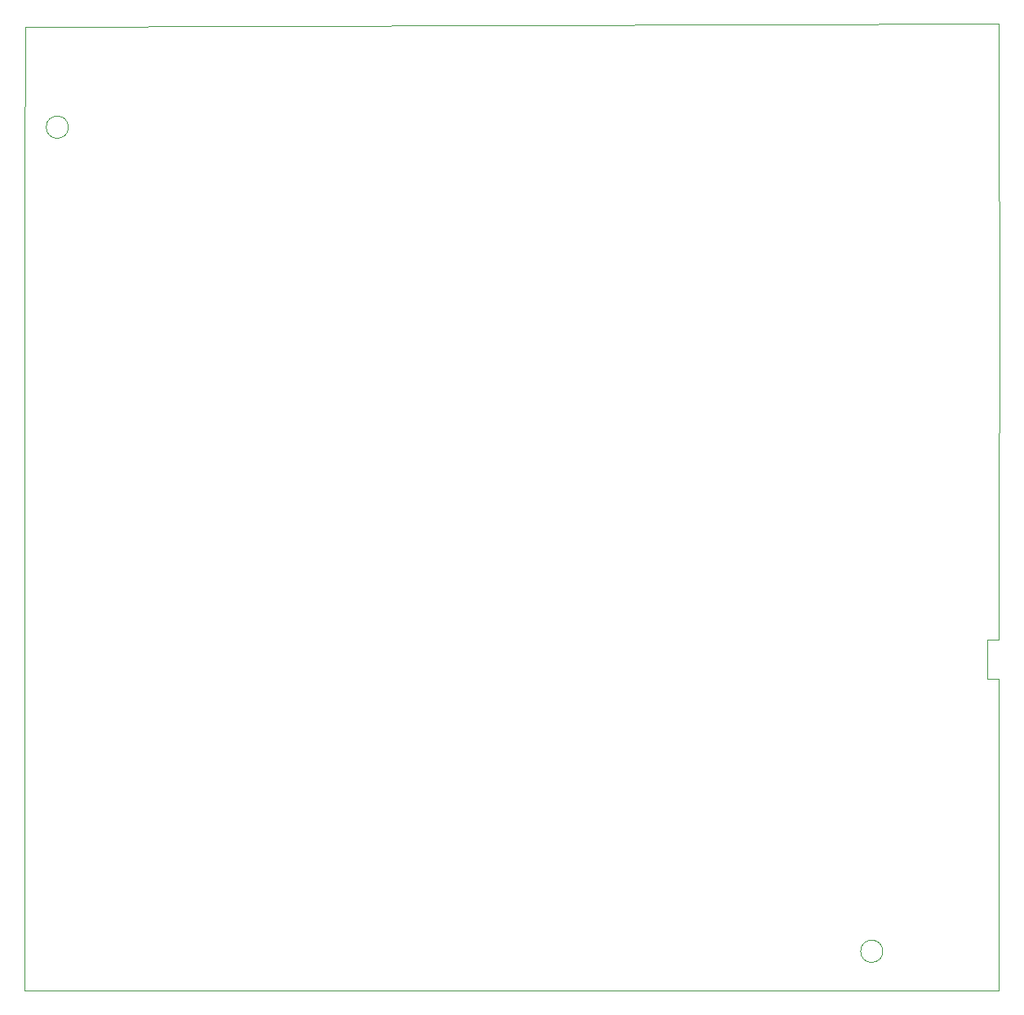
<source format=gbr>
G04 #@! TF.GenerationSoftware,KiCad,Pcbnew,(5.1.6)-1*
G04 #@! TF.CreationDate,2020-10-23T22:44:24-07:00*
G04 #@! TF.ProjectId,ReceiverCircuit,52656365-6976-4657-9243-697263756974,rev?*
G04 #@! TF.SameCoordinates,Original*
G04 #@! TF.FileFunction,Profile,NP*
%FSLAX46Y46*%
G04 Gerber Fmt 4.6, Leading zero omitted, Abs format (unit mm)*
G04 Created by KiCad (PCBNEW (5.1.6)-1) date 2020-10-23 22:44:24*
%MOMM*%
%LPD*%
G01*
G04 APERTURE LIST*
G04 #@! TA.AperFunction,Profile*
%ADD10C,0.050000*%
G04 #@! TD*
G04 #@! TA.AperFunction,Profile*
%ADD11C,0.100000*%
G04 #@! TD*
G04 #@! TA.AperFunction,Profile*
%ADD12C,0.000100*%
G04 #@! TD*
G04 APERTURE END LIST*
D10*
X102364540Y-51887120D02*
X203410820Y-51615340D01*
X203483600Y-88081600D02*
X203454000Y-100126800D01*
X203454000Y-101371400D02*
X203454000Y-100126800D01*
X191392920Y-147839540D02*
G75*
G03*
X191392920Y-147839540I-1152000J0D01*
G01*
X106876960Y-62323980D02*
G75*
G03*
X106876960Y-62323980I-1152000J0D01*
G01*
X203453120Y-144991340D02*
X203454000Y-151892000D01*
X203454000Y-102844600D02*
X203454000Y-101371400D01*
X203454000Y-104140000D02*
X203454000Y-102844600D01*
X203454000Y-105206800D02*
X203454000Y-104140000D01*
X203454000Y-106781600D02*
X203454000Y-105206800D01*
X203454000Y-107492800D02*
X203454000Y-106781600D01*
X203454000Y-108331000D02*
X203454000Y-107492800D01*
X203454000Y-109397800D02*
X203454000Y-108331000D01*
X203445500Y-111538500D02*
X203454000Y-109397800D01*
X203454000Y-125577600D02*
X203445500Y-123538500D01*
X203454000Y-127457200D02*
X203454000Y-125577600D01*
X203454000Y-128828800D02*
X203454000Y-127457200D01*
X203454000Y-130505200D02*
X203454000Y-128828800D01*
X203453120Y-144991340D02*
X203454000Y-130505200D01*
X203483600Y-88081600D02*
X203410820Y-51615340D01*
D11*
X102362000Y-151892000D02*
X140970000Y-151892000D01*
X102362000Y-151130000D02*
X102362000Y-151892000D01*
X102362000Y-130556000D02*
X102362000Y-151130000D01*
X102362000Y-109474000D02*
X102362000Y-130556000D01*
X102362000Y-86614000D02*
X102362000Y-109474000D01*
X102362000Y-68580000D02*
X102362000Y-86614000D01*
D10*
X102364540Y-51887120D02*
X102362000Y-68580000D01*
D11*
X140970000Y-151892000D02*
X203454000Y-151892000D01*
D12*
X203445500Y-115538500D02*
X203445500Y-111538500D01*
X202245500Y-115538500D02*
X203445500Y-115538500D01*
X202245500Y-119538500D02*
X202245500Y-115538500D01*
X203445500Y-119538500D02*
X202245500Y-119538500D01*
X203445500Y-123538500D02*
X203445500Y-119538500D01*
M02*

</source>
